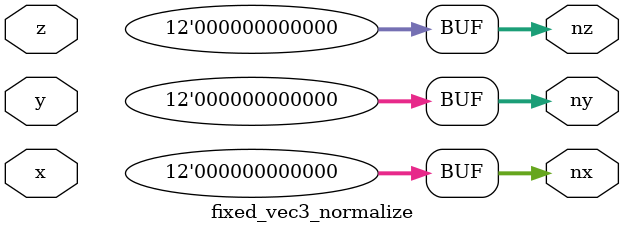
<source format=v>
module fixed_point_compare #(parameter WIDTH = 12) (
    input  signed [WIDTH-1:0] a,
    input  signed [WIDTH-1:0] b,
    output gt, eq, lt
);
    assign gt = (a > b);
    assign eq = (a == b);
    assign lt = (a < b);
endmodule

// Fixed Point Addition
module fixed_point_add #(parameter WIDTH = 12) (
    input  signed [WIDTH-1:0] a,
    input  signed [WIDTH-1:0] b,
    output signed [WIDTH-1:0] sum
);
    assign sum = a + b;
endmodule

// Fixed Point Subtraction
module fixed_point_sub #(parameter WIDTH = 12) (
    input  signed [WIDTH-1:0] a,
    input  signed [WIDTH-1:0] b,
    output signed [WIDTH-1:0] diff
);
    assign diff = a - b;
endmodule

// Fixed Point Multiplication
module fixed_point_mul #(parameter WIDTH = 12) (
    input  signed [WIDTH-1:0] a,
    input  signed [WIDTH-1:0] b,
    output signed [WIDTH-1:0] prod
);
    assign prod = (a * b) >>> 4; // Q8.4: shift by 4 to keep Q8.4
endmodule

// Fixed Point Division
module fixed_point_div #(parameter WIDTH = 12) (
    input  signed [WIDTH-1:0] a,
    input  signed [WIDTH-1:0] b,
    output signed [WIDTH-1:0] quot
);
    assign quot = (b != 0) ? ((a <<< 4) / b) : 0; // Q8.4: shift numerator by 4
endmodule

// Fixed Point Dot Product (3D)
module fixed_point_dot #(parameter WIDTH = 12) (
    input  signed [WIDTH-1:0] ax, ay, az,
    input  signed [WIDTH-1:0] bx, by, bz,
    output signed [WIDTH-1:0] dot
);
    assign dot = ((ax * bx) >>> 4) + ((ay * by) >>> 4) + ((az * bz) >>> 4); // Q8.4
endmodule

// Fixed Point Square Root (Newton-Raphson, placeholder)
module fixed_point_sqrt #(parameter WIDTH = 12) (
    input  signed [WIDTH-1:0] a,
    output signed [WIDTH-1:0] root
);
    // Implementation required
    assign root = 0;
endmodule

// Fixed Point Negation
module fixed_point_neg #(parameter WIDTH = 12) (
    input  signed [WIDTH-1:0] a,
    output signed [WIDTH-1:0] neg
);
    assign neg = -a;
endmodule

// Fixed Point Reciprocal (placeholder)
module fixed_point_recip #(parameter WIDTH = 12) (
    input  signed [WIDTH-1:0] a,
    output signed [WIDTH-1:0] recip
);
    // Implementation required
    assign recip = 0;
endmodule

// Fixed Vector Subtraction (3D)
module fixed_vec3_sub #(parameter WIDTH = 12) (
    input  signed [WIDTH-1:0] ax, ay, az,
    input  signed [WIDTH-1:0] bx, by, bz,
    output signed [WIDTH-1:0] rx, ry, rz
);
    assign rx = ax - bx;
    assign ry = ay - by;
    assign rz = az - bz;
endmodule

// Fixed Vector Addition (3D)
module fixed_vec3_add #(parameter WIDTH = 12) (
    input  signed [WIDTH-1:0] ax, ay, az,
    input  signed [WIDTH-1:0] bx, by, bz,
    output signed [WIDTH-1:0] rx, ry, rz
);
    assign rx = ax + bx;
    assign ry = ay + by;
    assign rz = az + bz;
endmodule

// Fixed Scalar Multiplication (3D)
module fixed_vec3_scalar_mul #(parameter WIDTH = 12) (
    input  signed [WIDTH-1:0] s,
    input  signed [WIDTH-1:0] x, y, z,
    output signed [WIDTH-1:0] rx, ry, rz
);
    assign rx = (s * x) >>> 4; // Q8.4
    assign ry = (s * y) >>> 4;
    assign rz = (s * z) >>> 4;
endmodule

// Fixed Cross Product (3D)
module fixed_vec3_cross #(parameter WIDTH = 12) (
    input  signed [WIDTH-1:0] ax, ay, az,
    input  signed [WIDTH-1:0] bx, by, bz,
    output signed [WIDTH-1:0] rx, ry, rz
);
    assign rx = (ay * bz - az * by) >>> 4; // Q8.4
    assign ry = (az * bx - ax * bz) >>> 4;
    assign rz = (ax * by - ay * bx) >>> 4;
endmodule

// Fixed Vector Normalization (placeholder)
module fixed_vec3_normalize #(parameter WIDTH = 12) (
    input  signed [WIDTH-1:0] x, y, z,
    output signed [WIDTH-1:0] nx, ny, nz
);
    // Implementation required
    assign nx = 0;
    assign ny = 0;
    assign nz = 0;
endmodule

</source>
